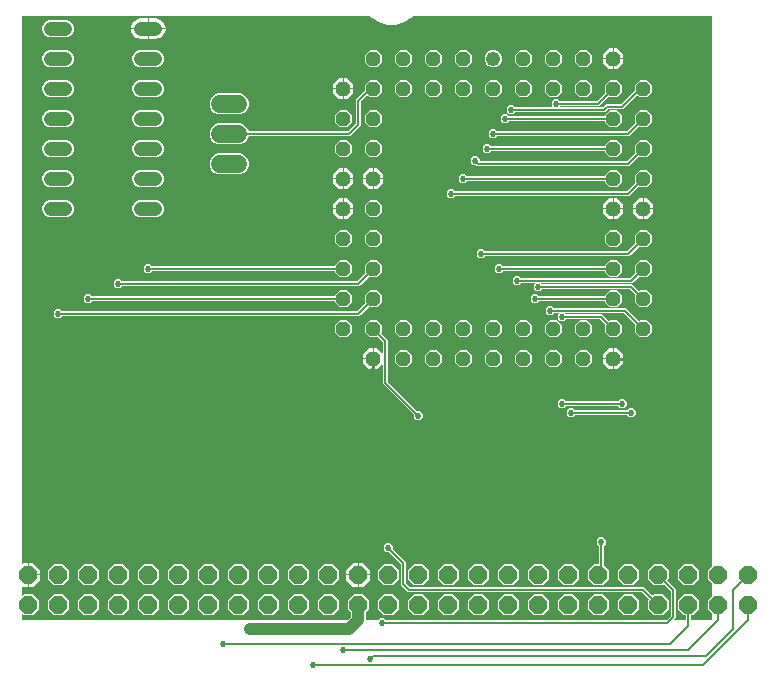
<source format=gbr>
G04 EAGLE Gerber RS-274X export*
G75*
%MOMM*%
%FSLAX34Y34*%
%LPD*%
%INBottom Copper*%
%IPPOS*%
%AMOC8*
5,1,8,0,0,1.08239X$1,22.5*%
G01*
%ADD10P,1.649562X8X22.500000*%
%ADD11C,1.219200*%
%ADD12P,1.319650X8X22.500000*%
%ADD13C,1.219200*%
%ADD14C,1.524000*%
%ADD15C,1.016000*%
%ADD16C,1.050000*%
%ADD17C,0.254000*%
%ADD18C,0.525000*%
%ADD19C,0.152400*%

G36*
X308343Y76075D02*
X308343Y76075D01*
X308346Y76074D01*
X308429Y76111D01*
X311112Y78794D01*
X311114Y78797D01*
X311116Y78798D01*
X311149Y78883D01*
X311149Y82625D01*
X311148Y82628D01*
X311149Y82631D01*
X311112Y82714D01*
X308609Y85217D01*
X308609Y92583D01*
X313817Y97791D01*
X321183Y97791D01*
X326391Y92583D01*
X326391Y85217D01*
X323888Y82714D01*
X323886Y82711D01*
X323884Y82710D01*
X323851Y82625D01*
X323851Y76200D01*
X323852Y76198D01*
X323851Y76196D01*
X323871Y76153D01*
X323889Y76109D01*
X323891Y76109D01*
X323892Y76107D01*
X323977Y76074D01*
X334672Y76074D01*
X334675Y76075D01*
X334678Y76074D01*
X334761Y76111D01*
X336206Y77556D01*
X339434Y77556D01*
X340879Y76111D01*
X340882Y76110D01*
X340883Y76107D01*
X340968Y76074D01*
X578607Y76074D01*
X578610Y76075D01*
X578613Y76074D01*
X578696Y76111D01*
X582130Y79545D01*
X582132Y79548D01*
X582134Y79549D01*
X582167Y79634D01*
X582167Y100706D01*
X582166Y100709D01*
X582167Y100712D01*
X582130Y100795D01*
X576439Y106487D01*
X576437Y106488D01*
X576436Y106490D01*
X576391Y106506D01*
X576347Y106524D01*
X576345Y106523D01*
X576343Y106524D01*
X576260Y106487D01*
X575183Y105409D01*
X567817Y105409D01*
X562609Y110617D01*
X562609Y117983D01*
X567817Y123191D01*
X575183Y123191D01*
X580391Y117983D01*
X580391Y110617D01*
X579313Y109540D01*
X579312Y109538D01*
X579310Y109537D01*
X579294Y109492D01*
X579276Y109449D01*
X579277Y109447D01*
X579276Y109445D01*
X579313Y109361D01*
X585005Y103670D01*
X586233Y102442D01*
X586233Y77898D01*
X585005Y76670D01*
X584624Y76289D01*
X584624Y76288D01*
X584623Y76288D01*
X584605Y76243D01*
X584587Y76198D01*
X584587Y76197D01*
X584587Y76196D01*
X584608Y76151D01*
X584627Y76108D01*
X584628Y76108D01*
X584628Y76107D01*
X584713Y76074D01*
X594741Y76074D01*
X594743Y76075D01*
X594745Y76074D01*
X594788Y76094D01*
X594832Y76112D01*
X594832Y76114D01*
X594834Y76115D01*
X594867Y76200D01*
X594867Y79883D01*
X594866Y79885D01*
X594867Y79887D01*
X594847Y79930D01*
X594829Y79974D01*
X594827Y79974D01*
X594826Y79976D01*
X594741Y80009D01*
X593217Y80009D01*
X588009Y85217D01*
X588009Y92583D01*
X593217Y97791D01*
X600583Y97791D01*
X605791Y92583D01*
X605791Y85217D01*
X600583Y80009D01*
X599059Y80009D01*
X599057Y80008D01*
X599055Y80009D01*
X599012Y79989D01*
X598968Y79971D01*
X598968Y79969D01*
X598966Y79968D01*
X598933Y79883D01*
X598933Y76200D01*
X598934Y76198D01*
X598933Y76196D01*
X598953Y76153D01*
X598971Y76109D01*
X598973Y76109D01*
X598974Y76107D01*
X599059Y76074D01*
X617220Y76074D01*
X617222Y76075D01*
X617224Y76074D01*
X617267Y76094D01*
X617311Y76112D01*
X617311Y76114D01*
X617313Y76115D01*
X617346Y76200D01*
X617346Y81228D01*
X617345Y81231D01*
X617346Y81234D01*
X617309Y81317D01*
X613409Y85217D01*
X613409Y92583D01*
X617309Y96483D01*
X617311Y96486D01*
X617313Y96487D01*
X617346Y96572D01*
X617346Y106628D01*
X617346Y106629D01*
X617346Y106630D01*
X617345Y106632D01*
X617346Y106634D01*
X617309Y106717D01*
X613409Y110617D01*
X613409Y117983D01*
X617309Y121883D01*
X617311Y121886D01*
X617313Y121887D01*
X617346Y121972D01*
X617346Y586740D01*
X617345Y586742D01*
X617346Y586744D01*
X617326Y586787D01*
X617308Y586831D01*
X617306Y586831D01*
X617305Y586833D01*
X617220Y586866D01*
X363529Y586866D01*
X363526Y586865D01*
X363523Y586866D01*
X363439Y586829D01*
X362038Y585428D01*
X355874Y581869D01*
X348999Y580027D01*
X341881Y580027D01*
X335006Y581869D01*
X328842Y585428D01*
X327441Y586829D01*
X327438Y586831D01*
X327436Y586833D01*
X327351Y586866D01*
X33020Y586866D01*
X33018Y586865D01*
X33016Y586866D01*
X32973Y586846D01*
X32929Y586828D01*
X32929Y586826D01*
X32927Y586825D01*
X32894Y586740D01*
X32894Y123768D01*
X32894Y123767D01*
X32894Y123766D01*
X32913Y123722D01*
X32932Y123677D01*
X32933Y123677D01*
X32934Y123676D01*
X32979Y123659D01*
X33024Y123642D01*
X33025Y123642D01*
X33026Y123642D01*
X33109Y123679D01*
X33891Y124461D01*
X37847Y124461D01*
X37847Y114427D01*
X37848Y114425D01*
X37847Y114423D01*
X37867Y114380D01*
X37885Y114336D01*
X37887Y114336D01*
X37888Y114334D01*
X37973Y114301D01*
X38101Y114301D01*
X38101Y114299D01*
X37973Y114299D01*
X37971Y114298D01*
X37969Y114299D01*
X37926Y114279D01*
X37882Y114261D01*
X37882Y114259D01*
X37880Y114258D01*
X37847Y114173D01*
X37847Y104139D01*
X33891Y104139D01*
X33109Y104921D01*
X33108Y104922D01*
X33108Y104923D01*
X33063Y104940D01*
X33018Y104958D01*
X33017Y104958D01*
X33016Y104958D01*
X32971Y104937D01*
X32928Y104918D01*
X32928Y104917D01*
X32927Y104917D01*
X32894Y104832D01*
X32894Y96572D01*
X32894Y96571D01*
X32894Y96570D01*
X32913Y96526D01*
X32932Y96481D01*
X32933Y96481D01*
X32934Y96480D01*
X32979Y96463D01*
X33024Y96446D01*
X33025Y96446D01*
X33026Y96446D01*
X33109Y96483D01*
X34417Y97791D01*
X41783Y97791D01*
X46991Y92583D01*
X46991Y85217D01*
X41783Y80009D01*
X34417Y80009D01*
X33109Y81317D01*
X33108Y81318D01*
X33108Y81319D01*
X33062Y81336D01*
X33018Y81354D01*
X33017Y81354D01*
X33016Y81354D01*
X32972Y81334D01*
X32928Y81314D01*
X32928Y81313D01*
X32927Y81313D01*
X32894Y81228D01*
X32894Y76200D01*
X32895Y76198D01*
X32894Y76196D01*
X32914Y76153D01*
X32932Y76109D01*
X32934Y76109D01*
X32935Y76107D01*
X33020Y76074D01*
X308340Y76074D01*
X308343Y76075D01*
G37*
%LPC*%
G36*
X567817Y80009D02*
X567817Y80009D01*
X562609Y85217D01*
X562609Y92583D01*
X563687Y93660D01*
X563687Y93661D01*
X563688Y93661D01*
X563688Y93662D01*
X563690Y93663D01*
X563706Y93708D01*
X563724Y93751D01*
X563723Y93753D01*
X563724Y93755D01*
X563687Y93839D01*
X557995Y99530D01*
X557992Y99532D01*
X557991Y99534D01*
X557906Y99567D01*
X359838Y99567D01*
X353567Y105838D01*
X353567Y123566D01*
X353566Y123569D01*
X353567Y123572D01*
X353530Y123655D01*
X343958Y133227D01*
X343955Y133229D01*
X343954Y133231D01*
X343869Y133264D01*
X341286Y133264D01*
X339004Y135546D01*
X339004Y138774D01*
X341286Y141056D01*
X344514Y141056D01*
X346796Y138774D01*
X346796Y136191D01*
X346797Y136188D01*
X346796Y136185D01*
X346833Y136102D01*
X357633Y125302D01*
X357633Y107574D01*
X357634Y107571D01*
X357633Y107568D01*
X357670Y107485D01*
X361485Y103670D01*
X361488Y103668D01*
X361489Y103666D01*
X361574Y103633D01*
X559642Y103633D01*
X560870Y102405D01*
X566561Y96713D01*
X566563Y96712D01*
X566564Y96710D01*
X566609Y96694D01*
X566653Y96676D01*
X566655Y96677D01*
X566657Y96676D01*
X566740Y96713D01*
X567817Y97791D01*
X575183Y97791D01*
X580391Y92583D01*
X580391Y85217D01*
X575183Y80009D01*
X567817Y80009D01*
G37*
%LPD*%
%LPC*%
G36*
X61886Y331384D02*
X61886Y331384D01*
X59604Y333666D01*
X59604Y336894D01*
X61886Y339176D01*
X65114Y339176D01*
X66940Y337350D01*
X66943Y337348D01*
X66944Y337346D01*
X67029Y337313D01*
X316606Y337313D01*
X316609Y337314D01*
X316612Y337313D01*
X316695Y337350D01*
X323464Y344119D01*
X323465Y344121D01*
X323467Y344122D01*
X323484Y344167D01*
X323501Y344210D01*
X323500Y344212D01*
X323501Y344214D01*
X323464Y344298D01*
X322833Y344929D01*
X322833Y351031D01*
X327149Y355347D01*
X333251Y355347D01*
X337567Y351031D01*
X337567Y344929D01*
X333251Y340613D01*
X327149Y340613D01*
X326518Y341244D01*
X326516Y341245D01*
X326515Y341247D01*
X326470Y341263D01*
X326426Y341281D01*
X326424Y341280D01*
X326422Y341281D01*
X326339Y341244D01*
X319570Y334475D01*
X318342Y333247D01*
X67029Y333247D01*
X67026Y333246D01*
X67023Y333247D01*
X66940Y333210D01*
X65114Y331384D01*
X61886Y331384D01*
G37*
%LPD*%
%LPC*%
G36*
X198891Y478789D02*
X198891Y478789D01*
X195624Y480143D01*
X193123Y482644D01*
X191769Y485911D01*
X191769Y489449D01*
X193123Y492716D01*
X195624Y495217D01*
X198891Y496571D01*
X217669Y496571D01*
X220936Y495217D01*
X223437Y492716D01*
X224649Y489791D01*
X224669Y489771D01*
X224681Y489746D01*
X224704Y489737D01*
X224719Y489722D01*
X224741Y489722D01*
X224766Y489713D01*
X308986Y489713D01*
X308989Y489714D01*
X308992Y489713D01*
X309075Y489750D01*
X315430Y496105D01*
X315432Y496108D01*
X315434Y496109D01*
X315467Y496194D01*
X315467Y516462D01*
X322796Y523791D01*
X322798Y523794D01*
X322800Y523795D01*
X322833Y523880D01*
X322833Y528831D01*
X327149Y533147D01*
X333251Y533147D01*
X337567Y528831D01*
X337567Y522729D01*
X333251Y518413D01*
X327149Y518413D01*
X325248Y520314D01*
X325247Y520315D01*
X325246Y520315D01*
X325245Y520317D01*
X325200Y520334D01*
X325156Y520351D01*
X325154Y520350D01*
X325152Y520351D01*
X325069Y520314D01*
X319570Y514815D01*
X319568Y514812D01*
X319566Y514811D01*
X319533Y514726D01*
X319533Y494458D01*
X310722Y485647D01*
X224766Y485647D01*
X224740Y485636D01*
X224712Y485635D01*
X224695Y485617D01*
X224675Y485609D01*
X224668Y485591D01*
X224667Y485590D01*
X224666Y485587D01*
X224649Y485569D01*
X223437Y482644D01*
X220936Y480143D01*
X217669Y478789D01*
X198891Y478789D01*
G37*
%LPD*%
%LPC*%
G36*
X555749Y340613D02*
X555749Y340613D01*
X551433Y344929D01*
X551433Y351031D01*
X552064Y351662D01*
X552065Y351664D01*
X552067Y351665D01*
X552083Y351710D01*
X552101Y351754D01*
X552100Y351756D01*
X552101Y351758D01*
X552064Y351841D01*
X547835Y356070D01*
X547832Y356072D01*
X547831Y356074D01*
X547746Y356107D01*
X473429Y356107D01*
X473426Y356106D01*
X473423Y356107D01*
X473340Y356070D01*
X471514Y354244D01*
X468286Y354244D01*
X466004Y356526D01*
X466004Y359754D01*
X467222Y360972D01*
X467223Y360973D01*
X467224Y360973D01*
X467241Y361019D01*
X467259Y361063D01*
X467259Y361064D01*
X467259Y361065D01*
X467239Y361108D01*
X467219Y361153D01*
X467218Y361153D01*
X467218Y361154D01*
X467133Y361187D01*
X455649Y361187D01*
X455646Y361186D01*
X455643Y361187D01*
X455560Y361150D01*
X453734Y359324D01*
X450506Y359324D01*
X448224Y361606D01*
X448224Y364834D01*
X450506Y367116D01*
X453734Y367116D01*
X455560Y365290D01*
X455563Y365288D01*
X455564Y365286D01*
X455649Y365253D01*
X547746Y365253D01*
X547749Y365254D01*
X547752Y365253D01*
X547835Y365290D01*
X552064Y369519D01*
X552065Y369521D01*
X552067Y369522D01*
X552084Y369567D01*
X552101Y369610D01*
X552100Y369612D01*
X552101Y369614D01*
X552064Y369698D01*
X551433Y370329D01*
X551433Y376431D01*
X555749Y380747D01*
X561851Y380747D01*
X566167Y376431D01*
X566167Y370329D01*
X561851Y366013D01*
X555749Y366013D01*
X555118Y366644D01*
X555116Y366645D01*
X555115Y366647D01*
X555070Y366663D01*
X555026Y366681D01*
X555024Y366680D01*
X555022Y366681D01*
X554939Y366644D01*
X550710Y362415D01*
X549482Y361187D01*
X472667Y361187D01*
X472666Y361187D01*
X472665Y361187D01*
X472621Y361168D01*
X472576Y361149D01*
X472576Y361148D01*
X472575Y361147D01*
X472558Y361102D01*
X472541Y361057D01*
X472541Y361056D01*
X472541Y361055D01*
X472578Y360972D01*
X473340Y360210D01*
X473343Y360208D01*
X473344Y360206D01*
X473429Y360173D01*
X549482Y360173D01*
X554939Y354716D01*
X554941Y354715D01*
X554942Y354713D01*
X554987Y354696D01*
X555030Y354679D01*
X555032Y354680D01*
X555034Y354679D01*
X555118Y354716D01*
X555749Y355347D01*
X561851Y355347D01*
X566167Y351031D01*
X566167Y344929D01*
X561851Y340613D01*
X555749Y340613D01*
G37*
%LPD*%
%LPC*%
G36*
X112686Y356784D02*
X112686Y356784D01*
X110404Y359066D01*
X110404Y362294D01*
X112686Y364576D01*
X115914Y364576D01*
X117740Y362750D01*
X117743Y362748D01*
X117744Y362746D01*
X117829Y362713D01*
X316606Y362713D01*
X316609Y362714D01*
X316612Y362713D01*
X316695Y362750D01*
X323464Y369519D01*
X323465Y369521D01*
X323467Y369522D01*
X323484Y369567D01*
X323501Y369610D01*
X323500Y369612D01*
X323501Y369614D01*
X323464Y369698D01*
X322833Y370329D01*
X322833Y376431D01*
X327149Y380747D01*
X333251Y380747D01*
X337567Y376431D01*
X337567Y370329D01*
X333251Y366013D01*
X327149Y366013D01*
X326518Y366644D01*
X326516Y366645D01*
X326515Y366647D01*
X326470Y366663D01*
X326426Y366681D01*
X326424Y366680D01*
X326422Y366681D01*
X326339Y366644D01*
X319570Y359875D01*
X318342Y358647D01*
X117829Y358647D01*
X117826Y358646D01*
X117823Y358647D01*
X117740Y358610D01*
X115914Y356784D01*
X112686Y356784D01*
G37*
%LPD*%
%LPC*%
G36*
X445426Y504104D02*
X445426Y504104D01*
X443144Y506386D01*
X443144Y509614D01*
X445426Y511896D01*
X448654Y511896D01*
X450480Y510070D01*
X450483Y510068D01*
X450484Y510066D01*
X450569Y510033D01*
X482373Y510033D01*
X482374Y510033D01*
X482375Y510033D01*
X482419Y510052D01*
X482464Y510071D01*
X482464Y510072D01*
X482465Y510073D01*
X482482Y510117D01*
X482499Y510163D01*
X482499Y510164D01*
X482499Y510165D01*
X482462Y510248D01*
X481244Y511466D01*
X481244Y514694D01*
X483526Y516976D01*
X486754Y516976D01*
X488580Y515150D01*
X488583Y515148D01*
X488584Y515146D01*
X488669Y515113D01*
X519806Y515113D01*
X519809Y515114D01*
X519812Y515113D01*
X519895Y515150D01*
X526664Y521919D01*
X526665Y521921D01*
X526667Y521922D01*
X526684Y521967D01*
X526701Y522010D01*
X526700Y522012D01*
X526701Y522014D01*
X526664Y522098D01*
X526033Y522729D01*
X526033Y528831D01*
X530349Y533147D01*
X536451Y533147D01*
X540767Y528831D01*
X540767Y522729D01*
X536451Y518413D01*
X530349Y518413D01*
X529718Y519044D01*
X529716Y519045D01*
X529715Y519047D01*
X529670Y519063D01*
X529626Y519081D01*
X529624Y519080D01*
X529622Y519081D01*
X529539Y519044D01*
X521542Y511047D01*
X488669Y511047D01*
X488666Y511046D01*
X488663Y511047D01*
X488580Y511010D01*
X487818Y510248D01*
X487817Y510247D01*
X487816Y510247D01*
X487799Y510202D01*
X487781Y510157D01*
X487781Y510156D01*
X487781Y510155D01*
X487801Y510110D01*
X487821Y510067D01*
X487822Y510067D01*
X487822Y510066D01*
X487907Y510033D01*
X524886Y510033D01*
X524889Y510034D01*
X524892Y510033D01*
X524975Y510070D01*
X527478Y512573D01*
X540126Y512573D01*
X540129Y512574D01*
X540132Y512573D01*
X540215Y512610D01*
X551396Y523791D01*
X551398Y523794D01*
X551400Y523795D01*
X551433Y523880D01*
X551433Y528831D01*
X555749Y533147D01*
X561851Y533147D01*
X566167Y528831D01*
X566167Y522729D01*
X561851Y518413D01*
X555749Y518413D01*
X553848Y520314D01*
X553847Y520315D01*
X553846Y520315D01*
X553845Y520317D01*
X553800Y520334D01*
X553756Y520351D01*
X553754Y520350D01*
X553752Y520351D01*
X553669Y520314D01*
X541862Y508507D01*
X529214Y508507D01*
X529211Y508506D01*
X529208Y508507D01*
X529125Y508470D01*
X526622Y505967D01*
X450569Y505967D01*
X450566Y505966D01*
X450563Y505967D01*
X450480Y505930D01*
X448654Y504104D01*
X445426Y504104D01*
G37*
%LPD*%
%LPC*%
G36*
X301749Y340613D02*
X301749Y340613D01*
X297433Y344929D01*
X297433Y345821D01*
X297432Y345823D01*
X297433Y345825D01*
X297413Y345868D01*
X297395Y345912D01*
X297393Y345912D01*
X297392Y345914D01*
X297307Y345947D01*
X92429Y345947D01*
X92426Y345946D01*
X92423Y345947D01*
X92340Y345910D01*
X90514Y344084D01*
X87286Y344084D01*
X85004Y346366D01*
X85004Y349594D01*
X87286Y351876D01*
X90514Y351876D01*
X92340Y350050D01*
X92343Y350048D01*
X92344Y350046D01*
X92429Y350013D01*
X297307Y350013D01*
X297309Y350014D01*
X297311Y350013D01*
X297354Y350033D01*
X297398Y350051D01*
X297398Y350053D01*
X297400Y350054D01*
X297433Y350139D01*
X297433Y351031D01*
X301749Y355347D01*
X307851Y355347D01*
X312167Y351031D01*
X312167Y344929D01*
X307851Y340613D01*
X301749Y340613D01*
G37*
%LPD*%
%LPC*%
G36*
X530349Y315213D02*
X530349Y315213D01*
X526033Y319529D01*
X526033Y325631D01*
X526664Y326262D01*
X526665Y326264D01*
X526667Y326265D01*
X526683Y326310D01*
X526701Y326354D01*
X526700Y326356D01*
X526701Y326358D01*
X526664Y326441D01*
X522435Y330670D01*
X522432Y330672D01*
X522431Y330674D01*
X522346Y330707D01*
X493749Y330707D01*
X493746Y330706D01*
X493743Y330707D01*
X493660Y330670D01*
X491834Y328844D01*
X488606Y328844D01*
X486324Y331126D01*
X486324Y334354D01*
X487542Y335572D01*
X487543Y335573D01*
X487544Y335573D01*
X487561Y335619D01*
X487579Y335663D01*
X487579Y335664D01*
X487579Y335665D01*
X487559Y335709D01*
X487539Y335753D01*
X487538Y335753D01*
X487538Y335754D01*
X487453Y335787D01*
X483589Y335787D01*
X483586Y335786D01*
X483583Y335787D01*
X483500Y335750D01*
X481674Y333924D01*
X478446Y333924D01*
X476164Y336206D01*
X476164Y339434D01*
X478446Y341716D01*
X481674Y341716D01*
X483500Y339890D01*
X483503Y339888D01*
X483504Y339886D01*
X483589Y339853D01*
X544402Y339853D01*
X554939Y329316D01*
X554941Y329315D01*
X554942Y329313D01*
X554987Y329296D01*
X555030Y329279D01*
X555032Y329280D01*
X555034Y329279D01*
X555118Y329316D01*
X555749Y329947D01*
X561851Y329947D01*
X566167Y325631D01*
X566167Y319529D01*
X561851Y315213D01*
X555749Y315213D01*
X551433Y319529D01*
X551433Y325631D01*
X552064Y326262D01*
X552065Y326264D01*
X552067Y326265D01*
X552083Y326310D01*
X552101Y326354D01*
X552100Y326356D01*
X552101Y326358D01*
X552064Y326441D01*
X542755Y335750D01*
X542752Y335752D01*
X542751Y335754D01*
X542666Y335787D01*
X492987Y335787D01*
X492986Y335787D01*
X492985Y335787D01*
X492941Y335768D01*
X492896Y335749D01*
X492896Y335748D01*
X492895Y335747D01*
X492878Y335702D01*
X492861Y335657D01*
X492861Y335656D01*
X492861Y335655D01*
X492898Y335572D01*
X493660Y334810D01*
X493663Y334808D01*
X493664Y334806D01*
X493749Y334773D01*
X524082Y334773D01*
X529539Y329316D01*
X529541Y329315D01*
X529542Y329313D01*
X529587Y329296D01*
X529630Y329279D01*
X529632Y329280D01*
X529634Y329279D01*
X529718Y329316D01*
X530349Y329947D01*
X536451Y329947D01*
X540767Y325631D01*
X540767Y319529D01*
X536451Y315213D01*
X530349Y315213D01*
G37*
%LPD*%
%LPC*%
G36*
X394626Y432984D02*
X394626Y432984D01*
X392344Y435266D01*
X392344Y438494D01*
X394626Y440776D01*
X397854Y440776D01*
X399680Y438950D01*
X399680Y438949D01*
X399681Y438949D01*
X399683Y438948D01*
X399684Y438946D01*
X399769Y438913D01*
X545206Y438913D01*
X545209Y438914D01*
X545212Y438913D01*
X545295Y438950D01*
X552064Y445719D01*
X552065Y445721D01*
X552067Y445722D01*
X552084Y445767D01*
X552101Y445810D01*
X552100Y445812D01*
X552101Y445814D01*
X552064Y445898D01*
X551433Y446529D01*
X551433Y452631D01*
X555749Y456947D01*
X561851Y456947D01*
X566167Y452631D01*
X566167Y446529D01*
X561851Y442213D01*
X555749Y442213D01*
X555118Y442844D01*
X555116Y442845D01*
X555115Y442847D01*
X555070Y442863D01*
X555026Y442881D01*
X555024Y442880D01*
X555022Y442881D01*
X554939Y442844D01*
X546942Y434847D01*
X399769Y434847D01*
X399766Y434846D01*
X399763Y434847D01*
X399680Y434810D01*
X397854Y432984D01*
X394626Y432984D01*
G37*
%LPD*%
%LPC*%
G36*
X301749Y366013D02*
X301749Y366013D01*
X297433Y370329D01*
X297433Y371221D01*
X297432Y371223D01*
X297433Y371225D01*
X297413Y371268D01*
X297395Y371312D01*
X297393Y371312D01*
X297392Y371314D01*
X297307Y371347D01*
X143229Y371347D01*
X143226Y371346D01*
X143223Y371347D01*
X143140Y371310D01*
X141314Y369484D01*
X138086Y369484D01*
X135804Y371766D01*
X135804Y374994D01*
X138086Y377276D01*
X141314Y377276D01*
X143140Y375450D01*
X143143Y375448D01*
X143144Y375446D01*
X143229Y375413D01*
X297307Y375413D01*
X297309Y375414D01*
X297311Y375413D01*
X297354Y375433D01*
X297398Y375451D01*
X297398Y375453D01*
X297400Y375454D01*
X297433Y375539D01*
X297433Y376431D01*
X301749Y380747D01*
X307851Y380747D01*
X312167Y376431D01*
X312167Y370329D01*
X307851Y366013D01*
X301749Y366013D01*
G37*
%LPD*%
%LPC*%
G36*
X418258Y460247D02*
X418258Y460247D01*
X417618Y460887D01*
X417615Y460889D01*
X417614Y460891D01*
X417529Y460924D01*
X414946Y460924D01*
X412664Y463206D01*
X412664Y466434D01*
X414946Y468716D01*
X418174Y468716D01*
X420456Y466434D01*
X420456Y464439D01*
X420457Y464437D01*
X420456Y464435D01*
X420476Y464392D01*
X420494Y464348D01*
X420496Y464348D01*
X420497Y464346D01*
X420582Y464313D01*
X545206Y464313D01*
X545209Y464314D01*
X545212Y464313D01*
X545295Y464350D01*
X552064Y471119D01*
X552065Y471121D01*
X552067Y471122D01*
X552084Y471167D01*
X552101Y471210D01*
X552100Y471212D01*
X552101Y471214D01*
X552064Y471298D01*
X551433Y471929D01*
X551433Y478031D01*
X555749Y482347D01*
X561851Y482347D01*
X566167Y478031D01*
X566167Y471929D01*
X561851Y467613D01*
X555749Y467613D01*
X555118Y468244D01*
X555116Y468245D01*
X555115Y468247D01*
X555070Y468263D01*
X555026Y468281D01*
X555024Y468280D01*
X555022Y468281D01*
X554939Y468244D01*
X546942Y460247D01*
X418258Y460247D01*
G37*
%LPD*%
%LPC*%
G36*
X420026Y382184D02*
X420026Y382184D01*
X417744Y384466D01*
X417744Y387694D01*
X420026Y389976D01*
X423254Y389976D01*
X425080Y388150D01*
X425083Y388148D01*
X425084Y388146D01*
X425169Y388113D01*
X545206Y388113D01*
X545209Y388114D01*
X545212Y388113D01*
X545295Y388150D01*
X552064Y394919D01*
X552065Y394921D01*
X552067Y394922D01*
X552084Y394967D01*
X552101Y395010D01*
X552100Y395012D01*
X552101Y395014D01*
X552064Y395098D01*
X551433Y395729D01*
X551433Y401831D01*
X555749Y406147D01*
X561851Y406147D01*
X566167Y401831D01*
X566167Y395729D01*
X561851Y391413D01*
X555749Y391413D01*
X555118Y392044D01*
X555117Y392045D01*
X555116Y392045D01*
X555115Y392047D01*
X555070Y392063D01*
X555026Y392081D01*
X555024Y392080D01*
X555022Y392081D01*
X554939Y392044D01*
X548170Y385275D01*
X546942Y384047D01*
X425169Y384047D01*
X425166Y384046D01*
X425163Y384047D01*
X425080Y384010D01*
X423254Y382184D01*
X420026Y382184D01*
G37*
%LPD*%
%LPC*%
G36*
X430186Y483784D02*
X430186Y483784D01*
X427904Y486066D01*
X427904Y489294D01*
X430186Y491576D01*
X433414Y491576D01*
X435240Y489750D01*
X435243Y489748D01*
X435244Y489746D01*
X435329Y489713D01*
X545206Y489713D01*
X545209Y489714D01*
X545212Y489713D01*
X545295Y489750D01*
X552064Y496519D01*
X552065Y496521D01*
X552067Y496522D01*
X552084Y496567D01*
X552101Y496610D01*
X552100Y496612D01*
X552101Y496614D01*
X552064Y496698D01*
X551433Y497329D01*
X551433Y503431D01*
X555749Y507747D01*
X561851Y507747D01*
X566167Y503431D01*
X566167Y497329D01*
X561851Y493013D01*
X555749Y493013D01*
X555118Y493644D01*
X555116Y493645D01*
X555115Y493647D01*
X555070Y493663D01*
X555026Y493681D01*
X555024Y493680D01*
X555022Y493681D01*
X554939Y493644D01*
X546942Y485647D01*
X435329Y485647D01*
X435326Y485646D01*
X435323Y485647D01*
X435240Y485610D01*
X433414Y483784D01*
X430186Y483784D01*
G37*
%LPD*%
%LPC*%
G36*
X530349Y442213D02*
X530349Y442213D01*
X526033Y446529D01*
X526033Y447421D01*
X526032Y447423D01*
X526033Y447425D01*
X526013Y447468D01*
X525995Y447512D01*
X525993Y447512D01*
X525992Y447514D01*
X525907Y447547D01*
X409929Y447547D01*
X409926Y447546D01*
X409923Y447547D01*
X409840Y447510D01*
X408014Y445684D01*
X404786Y445684D01*
X402504Y447966D01*
X402504Y451194D01*
X404786Y453476D01*
X408014Y453476D01*
X409840Y451650D01*
X409843Y451648D01*
X409844Y451646D01*
X409929Y451613D01*
X525907Y451613D01*
X525909Y451614D01*
X525911Y451613D01*
X525954Y451633D01*
X525998Y451651D01*
X525998Y451653D01*
X526000Y451654D01*
X526033Y451739D01*
X526033Y452631D01*
X530349Y456947D01*
X536451Y456947D01*
X540767Y452631D01*
X540767Y446529D01*
X536451Y442213D01*
X530349Y442213D01*
G37*
%LPD*%
%LPC*%
G36*
X366686Y245024D02*
X366686Y245024D01*
X364404Y247306D01*
X364404Y249889D01*
X364403Y249892D01*
X364404Y249895D01*
X364367Y249978D01*
X338327Y276018D01*
X338327Y292788D01*
X338327Y292789D01*
X338327Y292790D01*
X338308Y292834D01*
X338289Y292879D01*
X338288Y292879D01*
X338287Y292880D01*
X338242Y292897D01*
X338197Y292915D01*
X338196Y292914D01*
X338195Y292914D01*
X338112Y292878D01*
X333777Y288543D01*
X330453Y288543D01*
X330453Y297053D01*
X330452Y297055D01*
X330453Y297057D01*
X330433Y297100D01*
X330415Y297144D01*
X330413Y297144D01*
X330412Y297146D01*
X330327Y297179D01*
X330199Y297179D01*
X330199Y297181D01*
X330327Y297181D01*
X330329Y297182D01*
X330331Y297181D01*
X330374Y297201D01*
X330418Y297219D01*
X330418Y297221D01*
X330420Y297222D01*
X330453Y297307D01*
X330453Y305817D01*
X333777Y305817D01*
X338112Y301482D01*
X338113Y301482D01*
X338113Y301481D01*
X338159Y301463D01*
X338203Y301445D01*
X338204Y301446D01*
X338205Y301445D01*
X338249Y301466D01*
X338293Y301485D01*
X338293Y301486D01*
X338294Y301487D01*
X338327Y301572D01*
X338327Y311526D01*
X338326Y311529D01*
X338327Y311532D01*
X338290Y311615D01*
X334061Y315844D01*
X334059Y315845D01*
X334058Y315847D01*
X334013Y315864D01*
X333970Y315881D01*
X333968Y315880D01*
X333966Y315881D01*
X333882Y315844D01*
X333251Y315213D01*
X327149Y315213D01*
X322833Y319529D01*
X322833Y325631D01*
X327149Y329947D01*
X333251Y329947D01*
X337567Y325631D01*
X337567Y319529D01*
X336936Y318898D01*
X336935Y318896D01*
X336933Y318895D01*
X336917Y318850D01*
X336899Y318806D01*
X336900Y318804D01*
X336899Y318802D01*
X336936Y318719D01*
X341165Y314490D01*
X342393Y313262D01*
X342393Y277754D01*
X342394Y277751D01*
X342393Y277748D01*
X342430Y277665D01*
X367242Y252853D01*
X367245Y252851D01*
X367246Y252849D01*
X367331Y252816D01*
X369914Y252816D01*
X372196Y250534D01*
X372196Y247306D01*
X369914Y245024D01*
X366686Y245024D01*
G37*
%LPD*%
%LPC*%
G36*
X530349Y467613D02*
X530349Y467613D01*
X526033Y471929D01*
X526033Y472821D01*
X526032Y472823D01*
X526033Y472825D01*
X526013Y472868D01*
X525995Y472912D01*
X525993Y472912D01*
X525992Y472914D01*
X525907Y472947D01*
X430249Y472947D01*
X430246Y472946D01*
X430243Y472947D01*
X430160Y472910D01*
X428334Y471084D01*
X425106Y471084D01*
X422824Y473366D01*
X422824Y476594D01*
X425106Y478876D01*
X428334Y478876D01*
X430160Y477050D01*
X430163Y477048D01*
X430164Y477046D01*
X430249Y477013D01*
X525907Y477013D01*
X525909Y477014D01*
X525911Y477013D01*
X525954Y477033D01*
X525998Y477051D01*
X525998Y477053D01*
X526000Y477054D01*
X526033Y477139D01*
X526033Y478031D01*
X530349Y482347D01*
X536451Y482347D01*
X540767Y478031D01*
X540767Y471929D01*
X536451Y467613D01*
X530349Y467613D01*
G37*
%LPD*%
%LPC*%
G36*
X530349Y366013D02*
X530349Y366013D01*
X526033Y370329D01*
X526033Y371221D01*
X526032Y371223D01*
X526033Y371225D01*
X526013Y371268D01*
X525995Y371312D01*
X525993Y371312D01*
X525992Y371314D01*
X525907Y371347D01*
X440409Y371347D01*
X440406Y371346D01*
X440403Y371347D01*
X440320Y371310D01*
X438494Y369484D01*
X435266Y369484D01*
X432984Y371766D01*
X432984Y374994D01*
X435266Y377276D01*
X438494Y377276D01*
X440320Y375450D01*
X440323Y375448D01*
X440324Y375446D01*
X440409Y375413D01*
X525907Y375413D01*
X525909Y375414D01*
X525911Y375413D01*
X525954Y375433D01*
X525998Y375451D01*
X525998Y375453D01*
X526000Y375454D01*
X526033Y375539D01*
X526033Y376431D01*
X530349Y380747D01*
X536451Y380747D01*
X540767Y376431D01*
X540767Y370329D01*
X536451Y366013D01*
X530349Y366013D01*
G37*
%LPD*%
%LPC*%
G36*
X530349Y493013D02*
X530349Y493013D01*
X526033Y497329D01*
X526033Y498221D01*
X526032Y498223D01*
X526033Y498225D01*
X526013Y498268D01*
X525995Y498312D01*
X525993Y498312D01*
X525992Y498314D01*
X525907Y498347D01*
X445489Y498347D01*
X445486Y498346D01*
X445483Y498347D01*
X445400Y498310D01*
X443574Y496484D01*
X440346Y496484D01*
X438064Y498766D01*
X438064Y501994D01*
X440346Y504276D01*
X443574Y504276D01*
X445400Y502450D01*
X445403Y502448D01*
X445404Y502446D01*
X445489Y502413D01*
X525907Y502413D01*
X525909Y502414D01*
X525911Y502413D01*
X525954Y502433D01*
X525998Y502451D01*
X525998Y502453D01*
X526000Y502454D01*
X526033Y502539D01*
X526033Y503431D01*
X530349Y507747D01*
X536451Y507747D01*
X540767Y503431D01*
X540767Y497329D01*
X536451Y493013D01*
X530349Y493013D01*
G37*
%LPD*%
%LPC*%
G36*
X198891Y453389D02*
X198891Y453389D01*
X195624Y454743D01*
X193123Y457244D01*
X191769Y460511D01*
X191769Y464049D01*
X193123Y467316D01*
X195624Y469817D01*
X198891Y471171D01*
X217669Y471171D01*
X220936Y469817D01*
X223437Y467316D01*
X224791Y464049D01*
X224791Y460511D01*
X223437Y457244D01*
X220936Y454743D01*
X217669Y453389D01*
X198891Y453389D01*
G37*
%LPD*%
%LPC*%
G36*
X198891Y504189D02*
X198891Y504189D01*
X195624Y505543D01*
X193123Y508044D01*
X191769Y511311D01*
X191769Y514849D01*
X193123Y518116D01*
X195624Y520617D01*
X198891Y521971D01*
X217669Y521971D01*
X220936Y520617D01*
X223437Y518116D01*
X224791Y514849D01*
X224791Y511311D01*
X223437Y508044D01*
X220936Y505543D01*
X217669Y504189D01*
X198891Y504189D01*
G37*
%LPD*%
%LPC*%
G36*
X530349Y340613D02*
X530349Y340613D01*
X526033Y344929D01*
X526033Y345821D01*
X526032Y345823D01*
X526033Y345825D01*
X526013Y345868D01*
X525995Y345912D01*
X525993Y345912D01*
X525992Y345914D01*
X525907Y345947D01*
X470889Y345947D01*
X470886Y345946D01*
X470883Y345947D01*
X470800Y345910D01*
X468974Y344084D01*
X465746Y344084D01*
X463464Y346366D01*
X463464Y349594D01*
X465746Y351876D01*
X468974Y351876D01*
X470800Y350050D01*
X470803Y350048D01*
X470804Y350046D01*
X470889Y350013D01*
X525907Y350013D01*
X525909Y350014D01*
X525911Y350013D01*
X525954Y350033D01*
X525998Y350051D01*
X525998Y350053D01*
X526000Y350054D01*
X526033Y350139D01*
X526033Y351031D01*
X530349Y355347D01*
X536451Y355347D01*
X540767Y351031D01*
X540767Y344929D01*
X536451Y340613D01*
X530349Y340613D01*
G37*
%LPD*%
%LPC*%
G36*
X517017Y105409D02*
X517017Y105409D01*
X511809Y110617D01*
X511809Y117983D01*
X517017Y123191D01*
X521081Y123191D01*
X521083Y123192D01*
X521085Y123191D01*
X521128Y123211D01*
X521172Y123229D01*
X521172Y123231D01*
X521174Y123232D01*
X521207Y123317D01*
X521207Y138711D01*
X521206Y138714D01*
X521207Y138717D01*
X521170Y138800D01*
X519344Y140626D01*
X519344Y143854D01*
X521626Y146136D01*
X524854Y146136D01*
X527136Y143854D01*
X527136Y140626D01*
X525310Y138800D01*
X525308Y138797D01*
X525306Y138796D01*
X525273Y138711D01*
X525273Y122353D01*
X525274Y122350D01*
X525273Y122347D01*
X525310Y122264D01*
X529591Y117983D01*
X529591Y110617D01*
X524383Y105409D01*
X517017Y105409D01*
G37*
%LPD*%
%LPC*%
G36*
X55939Y467613D02*
X55939Y467613D01*
X53231Y468735D01*
X51159Y470807D01*
X50037Y473515D01*
X50037Y476445D01*
X51159Y479153D01*
X53231Y481225D01*
X55939Y482347D01*
X71061Y482347D01*
X73769Y481225D01*
X75841Y479153D01*
X76963Y476445D01*
X76963Y473515D01*
X75841Y470807D01*
X73769Y468735D01*
X71061Y467613D01*
X55939Y467613D01*
G37*
%LPD*%
%LPC*%
G36*
X132139Y543813D02*
X132139Y543813D01*
X129431Y544935D01*
X127359Y547007D01*
X126237Y549715D01*
X126237Y552645D01*
X127359Y555353D01*
X129431Y557425D01*
X132139Y558547D01*
X147261Y558547D01*
X149969Y557425D01*
X152041Y555353D01*
X153163Y552645D01*
X153163Y549715D01*
X152041Y547007D01*
X149969Y544935D01*
X147261Y543813D01*
X132139Y543813D01*
G37*
%LPD*%
%LPC*%
G36*
X55939Y569213D02*
X55939Y569213D01*
X53231Y570335D01*
X51159Y572407D01*
X50037Y575115D01*
X50037Y578045D01*
X51159Y580753D01*
X53231Y582825D01*
X55939Y583947D01*
X71061Y583947D01*
X73769Y582825D01*
X75841Y580753D01*
X76963Y578045D01*
X76963Y575115D01*
X75841Y572407D01*
X73769Y570335D01*
X71061Y569213D01*
X55939Y569213D01*
G37*
%LPD*%
%LPC*%
G36*
X132139Y442213D02*
X132139Y442213D01*
X129431Y443335D01*
X127359Y445407D01*
X126237Y448115D01*
X126237Y451045D01*
X127359Y453753D01*
X129431Y455825D01*
X132139Y456947D01*
X147261Y456947D01*
X149969Y455825D01*
X152041Y453753D01*
X153163Y451045D01*
X153163Y448115D01*
X152041Y445407D01*
X149969Y443335D01*
X147261Y442213D01*
X132139Y442213D01*
G37*
%LPD*%
%LPC*%
G36*
X55939Y442213D02*
X55939Y442213D01*
X53231Y443335D01*
X51159Y445407D01*
X50037Y448115D01*
X50037Y451045D01*
X51159Y453753D01*
X53231Y455825D01*
X55939Y456947D01*
X71061Y456947D01*
X73769Y455825D01*
X75841Y453753D01*
X76963Y451045D01*
X76963Y448115D01*
X75841Y445407D01*
X73769Y443335D01*
X71061Y442213D01*
X55939Y442213D01*
G37*
%LPD*%
%LPC*%
G36*
X132139Y518413D02*
X132139Y518413D01*
X129431Y519535D01*
X127359Y521607D01*
X126237Y524315D01*
X126237Y527245D01*
X127359Y529953D01*
X129431Y532025D01*
X132139Y533147D01*
X147261Y533147D01*
X149969Y532025D01*
X152041Y529953D01*
X153163Y527245D01*
X153163Y524315D01*
X152041Y521607D01*
X149969Y519535D01*
X147261Y518413D01*
X132139Y518413D01*
G37*
%LPD*%
%LPC*%
G36*
X55939Y416813D02*
X55939Y416813D01*
X53231Y417935D01*
X51159Y420007D01*
X50037Y422715D01*
X50037Y425645D01*
X51159Y428353D01*
X53231Y430425D01*
X55939Y431547D01*
X71061Y431547D01*
X73769Y430425D01*
X75841Y428353D01*
X76963Y425645D01*
X76963Y422715D01*
X75841Y420007D01*
X73769Y417935D01*
X71061Y416813D01*
X55939Y416813D01*
G37*
%LPD*%
%LPC*%
G36*
X132139Y416813D02*
X132139Y416813D01*
X129431Y417935D01*
X127359Y420007D01*
X126237Y422715D01*
X126237Y425645D01*
X127359Y428353D01*
X129431Y430425D01*
X132139Y431547D01*
X147261Y431547D01*
X149969Y430425D01*
X152041Y428353D01*
X153163Y425645D01*
X153163Y422715D01*
X152041Y420007D01*
X149969Y417935D01*
X147261Y416813D01*
X132139Y416813D01*
G37*
%LPD*%
%LPC*%
G36*
X132139Y493013D02*
X132139Y493013D01*
X129431Y494135D01*
X127359Y496207D01*
X126237Y498915D01*
X126237Y501845D01*
X127359Y504553D01*
X129431Y506625D01*
X132139Y507747D01*
X147261Y507747D01*
X149969Y506625D01*
X152041Y504553D01*
X153163Y501845D01*
X153163Y498915D01*
X152041Y496207D01*
X149969Y494135D01*
X147261Y493013D01*
X132139Y493013D01*
G37*
%LPD*%
%LPC*%
G36*
X55939Y543813D02*
X55939Y543813D01*
X53231Y544935D01*
X51159Y547007D01*
X50037Y549715D01*
X50037Y552645D01*
X51159Y555353D01*
X53231Y557425D01*
X55939Y558547D01*
X71061Y558547D01*
X73769Y557425D01*
X75841Y555353D01*
X76963Y552645D01*
X76963Y549715D01*
X75841Y547007D01*
X73769Y544935D01*
X71061Y543813D01*
X55939Y543813D01*
G37*
%LPD*%
%LPC*%
G36*
X55939Y493013D02*
X55939Y493013D01*
X53231Y494135D01*
X51159Y496207D01*
X50037Y498915D01*
X50037Y501845D01*
X51159Y504553D01*
X53231Y506625D01*
X55939Y507747D01*
X71061Y507747D01*
X73769Y506625D01*
X75841Y504553D01*
X76963Y501845D01*
X76963Y498915D01*
X75841Y496207D01*
X73769Y494135D01*
X71061Y493013D01*
X55939Y493013D01*
G37*
%LPD*%
%LPC*%
G36*
X55939Y518413D02*
X55939Y518413D01*
X53231Y519535D01*
X51159Y521607D01*
X50037Y524315D01*
X50037Y527245D01*
X51159Y529953D01*
X53231Y532025D01*
X55939Y533147D01*
X71061Y533147D01*
X73769Y532025D01*
X75841Y529953D01*
X76963Y527245D01*
X76963Y524315D01*
X75841Y521607D01*
X73769Y519535D01*
X71061Y518413D01*
X55939Y518413D01*
G37*
%LPD*%
%LPC*%
G36*
X132139Y467613D02*
X132139Y467613D01*
X129431Y468735D01*
X127359Y470807D01*
X126237Y473515D01*
X126237Y476445D01*
X127359Y479153D01*
X129431Y481225D01*
X132139Y482347D01*
X147261Y482347D01*
X149969Y481225D01*
X152041Y479153D01*
X153163Y476445D01*
X153163Y473515D01*
X152041Y470807D01*
X149969Y468735D01*
X147261Y467613D01*
X132139Y467613D01*
G37*
%LPD*%
%LPC*%
G36*
X488606Y255184D02*
X488606Y255184D01*
X486324Y257466D01*
X486324Y260694D01*
X488606Y262976D01*
X491834Y262976D01*
X493660Y261150D01*
X493663Y261148D01*
X493664Y261146D01*
X493749Y261113D01*
X537491Y261113D01*
X537494Y261114D01*
X537497Y261113D01*
X537580Y261150D01*
X539406Y262976D01*
X542634Y262976D01*
X544916Y260694D01*
X544916Y257466D01*
X542634Y255184D01*
X539406Y255184D01*
X537580Y257010D01*
X537577Y257012D01*
X537576Y257014D01*
X537491Y257047D01*
X493749Y257047D01*
X493746Y257046D01*
X493743Y257047D01*
X493660Y257010D01*
X491834Y255184D01*
X488606Y255184D01*
G37*
%LPD*%
%LPC*%
G36*
X496226Y247564D02*
X496226Y247564D01*
X493944Y249846D01*
X493944Y253074D01*
X496226Y255356D01*
X499454Y255356D01*
X501280Y253530D01*
X501283Y253528D01*
X501284Y253526D01*
X501369Y253493D01*
X545111Y253493D01*
X545114Y253494D01*
X545117Y253493D01*
X545200Y253530D01*
X547026Y255356D01*
X550254Y255356D01*
X552536Y253074D01*
X552536Y249846D01*
X550254Y247564D01*
X547026Y247564D01*
X545200Y249390D01*
X545197Y249392D01*
X545196Y249394D01*
X545111Y249427D01*
X501369Y249427D01*
X501366Y249426D01*
X501363Y249427D01*
X501280Y249390D01*
X499454Y247564D01*
X496226Y247564D01*
G37*
%LPD*%
%LPC*%
G36*
X593217Y105409D02*
X593217Y105409D01*
X588009Y110617D01*
X588009Y117983D01*
X593217Y123191D01*
X600583Y123191D01*
X605791Y117983D01*
X605791Y110617D01*
X600583Y105409D01*
X593217Y105409D01*
G37*
%LPD*%
%LPC*%
G36*
X339217Y105409D02*
X339217Y105409D01*
X334009Y110617D01*
X334009Y117983D01*
X339217Y123191D01*
X346583Y123191D01*
X351791Y117983D01*
X351791Y110617D01*
X346583Y105409D01*
X339217Y105409D01*
G37*
%LPD*%
%LPC*%
G36*
X440817Y105409D02*
X440817Y105409D01*
X435609Y110617D01*
X435609Y117983D01*
X440817Y123191D01*
X448183Y123191D01*
X453391Y117983D01*
X453391Y110617D01*
X448183Y105409D01*
X440817Y105409D01*
G37*
%LPD*%
%LPC*%
G36*
X364617Y105409D02*
X364617Y105409D01*
X359409Y110617D01*
X359409Y117983D01*
X364617Y123191D01*
X371983Y123191D01*
X377191Y117983D01*
X377191Y110617D01*
X371983Y105409D01*
X364617Y105409D01*
G37*
%LPD*%
%LPC*%
G36*
X491617Y105409D02*
X491617Y105409D01*
X486409Y110617D01*
X486409Y117983D01*
X491617Y123191D01*
X498983Y123191D01*
X504191Y117983D01*
X504191Y110617D01*
X498983Y105409D01*
X491617Y105409D01*
G37*
%LPD*%
%LPC*%
G36*
X466217Y105409D02*
X466217Y105409D01*
X461009Y110617D01*
X461009Y117983D01*
X466217Y123191D01*
X473583Y123191D01*
X478791Y117983D01*
X478791Y110617D01*
X473583Y105409D01*
X466217Y105409D01*
G37*
%LPD*%
%LPC*%
G36*
X542417Y105409D02*
X542417Y105409D01*
X537209Y110617D01*
X537209Y117983D01*
X542417Y123191D01*
X549783Y123191D01*
X554991Y117983D01*
X554991Y110617D01*
X549783Y105409D01*
X542417Y105409D01*
G37*
%LPD*%
%LPC*%
G36*
X136017Y80009D02*
X136017Y80009D01*
X130809Y85217D01*
X130809Y92583D01*
X136017Y97791D01*
X143383Y97791D01*
X148591Y92583D01*
X148591Y85217D01*
X143383Y80009D01*
X136017Y80009D01*
G37*
%LPD*%
%LPC*%
G36*
X390017Y105409D02*
X390017Y105409D01*
X384809Y110617D01*
X384809Y117983D01*
X390017Y123191D01*
X397383Y123191D01*
X402591Y117983D01*
X402591Y110617D01*
X397383Y105409D01*
X390017Y105409D01*
G37*
%LPD*%
%LPC*%
G36*
X466217Y80009D02*
X466217Y80009D01*
X461009Y85217D01*
X461009Y92583D01*
X466217Y97791D01*
X473583Y97791D01*
X478791Y92583D01*
X478791Y85217D01*
X473583Y80009D01*
X466217Y80009D01*
G37*
%LPD*%
%LPC*%
G36*
X415417Y105409D02*
X415417Y105409D01*
X410209Y110617D01*
X410209Y117983D01*
X415417Y123191D01*
X422783Y123191D01*
X427991Y117983D01*
X427991Y110617D01*
X422783Y105409D01*
X415417Y105409D01*
G37*
%LPD*%
%LPC*%
G36*
X288417Y105409D02*
X288417Y105409D01*
X283209Y110617D01*
X283209Y117983D01*
X288417Y123191D01*
X295783Y123191D01*
X300991Y117983D01*
X300991Y110617D01*
X295783Y105409D01*
X288417Y105409D01*
G37*
%LPD*%
%LPC*%
G36*
X263017Y105409D02*
X263017Y105409D01*
X257809Y110617D01*
X257809Y117983D01*
X263017Y123191D01*
X270383Y123191D01*
X275591Y117983D01*
X275591Y110617D01*
X270383Y105409D01*
X263017Y105409D01*
G37*
%LPD*%
%LPC*%
G36*
X237617Y105409D02*
X237617Y105409D01*
X232409Y110617D01*
X232409Y117983D01*
X237617Y123191D01*
X244983Y123191D01*
X250191Y117983D01*
X250191Y110617D01*
X244983Y105409D01*
X237617Y105409D01*
G37*
%LPD*%
%LPC*%
G36*
X212217Y105409D02*
X212217Y105409D01*
X207009Y110617D01*
X207009Y117983D01*
X212217Y123191D01*
X219583Y123191D01*
X224791Y117983D01*
X224791Y110617D01*
X219583Y105409D01*
X212217Y105409D01*
G37*
%LPD*%
%LPC*%
G36*
X186817Y105409D02*
X186817Y105409D01*
X181609Y110617D01*
X181609Y117983D01*
X186817Y123191D01*
X194183Y123191D01*
X199391Y117983D01*
X199391Y110617D01*
X194183Y105409D01*
X186817Y105409D01*
G37*
%LPD*%
%LPC*%
G36*
X161417Y105409D02*
X161417Y105409D01*
X156209Y110617D01*
X156209Y117983D01*
X161417Y123191D01*
X168783Y123191D01*
X173991Y117983D01*
X173991Y110617D01*
X168783Y105409D01*
X161417Y105409D01*
G37*
%LPD*%
%LPC*%
G36*
X136017Y105409D02*
X136017Y105409D01*
X130809Y110617D01*
X130809Y117983D01*
X136017Y123191D01*
X143383Y123191D01*
X148591Y117983D01*
X148591Y110617D01*
X143383Y105409D01*
X136017Y105409D01*
G37*
%LPD*%
%LPC*%
G36*
X110617Y105409D02*
X110617Y105409D01*
X105409Y110617D01*
X105409Y117983D01*
X110617Y123191D01*
X117983Y123191D01*
X123191Y117983D01*
X123191Y110617D01*
X117983Y105409D01*
X110617Y105409D01*
G37*
%LPD*%
%LPC*%
G36*
X85217Y105409D02*
X85217Y105409D01*
X80009Y110617D01*
X80009Y117983D01*
X85217Y123191D01*
X92583Y123191D01*
X97791Y117983D01*
X97791Y110617D01*
X92583Y105409D01*
X85217Y105409D01*
G37*
%LPD*%
%LPC*%
G36*
X59817Y105409D02*
X59817Y105409D01*
X54609Y110617D01*
X54609Y117983D01*
X59817Y123191D01*
X67183Y123191D01*
X72391Y117983D01*
X72391Y110617D01*
X67183Y105409D01*
X59817Y105409D01*
G37*
%LPD*%
%LPC*%
G36*
X288417Y80009D02*
X288417Y80009D01*
X283209Y85217D01*
X283209Y92583D01*
X288417Y97791D01*
X295783Y97791D01*
X300991Y92583D01*
X300991Y85217D01*
X295783Y80009D01*
X288417Y80009D01*
G37*
%LPD*%
%LPC*%
G36*
X110617Y80009D02*
X110617Y80009D01*
X105409Y85217D01*
X105409Y92583D01*
X110617Y97791D01*
X117983Y97791D01*
X123191Y92583D01*
X123191Y85217D01*
X117983Y80009D01*
X110617Y80009D01*
G37*
%LPD*%
%LPC*%
G36*
X85217Y80009D02*
X85217Y80009D01*
X80009Y85217D01*
X80009Y92583D01*
X85217Y97791D01*
X92583Y97791D01*
X97791Y92583D01*
X97791Y85217D01*
X92583Y80009D01*
X85217Y80009D01*
G37*
%LPD*%
%LPC*%
G36*
X59817Y80009D02*
X59817Y80009D01*
X54609Y85217D01*
X54609Y92583D01*
X59817Y97791D01*
X67183Y97791D01*
X72391Y92583D01*
X72391Y85217D01*
X67183Y80009D01*
X59817Y80009D01*
G37*
%LPD*%
%LPC*%
G36*
X542417Y80009D02*
X542417Y80009D01*
X537209Y85217D01*
X537209Y92583D01*
X542417Y97791D01*
X549783Y97791D01*
X554991Y92583D01*
X554991Y85217D01*
X549783Y80009D01*
X542417Y80009D01*
G37*
%LPD*%
%LPC*%
G36*
X517017Y80009D02*
X517017Y80009D01*
X511809Y85217D01*
X511809Y92583D01*
X517017Y97791D01*
X524383Y97791D01*
X529591Y92583D01*
X529591Y85217D01*
X524383Y80009D01*
X517017Y80009D01*
G37*
%LPD*%
%LPC*%
G36*
X491617Y80009D02*
X491617Y80009D01*
X486409Y85217D01*
X486409Y92583D01*
X491617Y97791D01*
X498983Y97791D01*
X504191Y92583D01*
X504191Y85217D01*
X498983Y80009D01*
X491617Y80009D01*
G37*
%LPD*%
%LPC*%
G36*
X440817Y80009D02*
X440817Y80009D01*
X435609Y85217D01*
X435609Y92583D01*
X440817Y97791D01*
X448183Y97791D01*
X453391Y92583D01*
X453391Y85217D01*
X448183Y80009D01*
X440817Y80009D01*
G37*
%LPD*%
%LPC*%
G36*
X415417Y80009D02*
X415417Y80009D01*
X410209Y85217D01*
X410209Y92583D01*
X415417Y97791D01*
X422783Y97791D01*
X427991Y92583D01*
X427991Y85217D01*
X422783Y80009D01*
X415417Y80009D01*
G37*
%LPD*%
%LPC*%
G36*
X390017Y80009D02*
X390017Y80009D01*
X384809Y85217D01*
X384809Y92583D01*
X390017Y97791D01*
X397383Y97791D01*
X402591Y92583D01*
X402591Y85217D01*
X397383Y80009D01*
X390017Y80009D01*
G37*
%LPD*%
%LPC*%
G36*
X339217Y80009D02*
X339217Y80009D01*
X334009Y85217D01*
X334009Y92583D01*
X339217Y97791D01*
X346583Y97791D01*
X351791Y92583D01*
X351791Y85217D01*
X346583Y80009D01*
X339217Y80009D01*
G37*
%LPD*%
%LPC*%
G36*
X364617Y80009D02*
X364617Y80009D01*
X359409Y85217D01*
X359409Y92583D01*
X364617Y97791D01*
X371983Y97791D01*
X377191Y92583D01*
X377191Y85217D01*
X371983Y80009D01*
X364617Y80009D01*
G37*
%LPD*%
%LPC*%
G36*
X263017Y80009D02*
X263017Y80009D01*
X257809Y85217D01*
X257809Y92583D01*
X263017Y97791D01*
X270383Y97791D01*
X275591Y92583D01*
X275591Y85217D01*
X270383Y80009D01*
X263017Y80009D01*
G37*
%LPD*%
%LPC*%
G36*
X237617Y80009D02*
X237617Y80009D01*
X232409Y85217D01*
X232409Y92583D01*
X237617Y97791D01*
X244983Y97791D01*
X250191Y92583D01*
X250191Y85217D01*
X244983Y80009D01*
X237617Y80009D01*
G37*
%LPD*%
%LPC*%
G36*
X212217Y80009D02*
X212217Y80009D01*
X207009Y85217D01*
X207009Y92583D01*
X212217Y97791D01*
X219583Y97791D01*
X224791Y92583D01*
X224791Y85217D01*
X219583Y80009D01*
X212217Y80009D01*
G37*
%LPD*%
%LPC*%
G36*
X186817Y80009D02*
X186817Y80009D01*
X181609Y85217D01*
X181609Y92583D01*
X186817Y97791D01*
X194183Y97791D01*
X199391Y92583D01*
X199391Y85217D01*
X194183Y80009D01*
X186817Y80009D01*
G37*
%LPD*%
%LPC*%
G36*
X161417Y80009D02*
X161417Y80009D01*
X156209Y85217D01*
X156209Y92583D01*
X161417Y97791D01*
X168783Y97791D01*
X173991Y92583D01*
X173991Y85217D01*
X168783Y80009D01*
X161417Y80009D01*
G37*
%LPD*%
%LPC*%
G36*
X327149Y467613D02*
X327149Y467613D01*
X322833Y471929D01*
X322833Y478031D01*
X327149Y482347D01*
X333251Y482347D01*
X337567Y478031D01*
X337567Y471929D01*
X333251Y467613D01*
X327149Y467613D01*
G37*
%LPD*%
%LPC*%
G36*
X479549Y518413D02*
X479549Y518413D01*
X475233Y522729D01*
X475233Y528831D01*
X479549Y533147D01*
X485651Y533147D01*
X489967Y528831D01*
X489967Y522729D01*
X485651Y518413D01*
X479549Y518413D01*
G37*
%LPD*%
%LPC*%
G36*
X454149Y289813D02*
X454149Y289813D01*
X449833Y294129D01*
X449833Y300231D01*
X454149Y304547D01*
X460251Y304547D01*
X464567Y300231D01*
X464567Y294129D01*
X460251Y289813D01*
X454149Y289813D01*
G37*
%LPD*%
%LPC*%
G36*
X327149Y493013D02*
X327149Y493013D01*
X322833Y497329D01*
X322833Y503431D01*
X327149Y507747D01*
X333251Y507747D01*
X337567Y503431D01*
X337567Y497329D01*
X333251Y493013D01*
X327149Y493013D01*
G37*
%LPD*%
%LPC*%
G36*
X377949Y289813D02*
X377949Y289813D01*
X373633Y294129D01*
X373633Y300231D01*
X377949Y304547D01*
X384051Y304547D01*
X388367Y300231D01*
X388367Y294129D01*
X384051Y289813D01*
X377949Y289813D01*
G37*
%LPD*%
%LPC*%
G36*
X530349Y391413D02*
X530349Y391413D01*
X526033Y395729D01*
X526033Y401831D01*
X530349Y406147D01*
X536451Y406147D01*
X540767Y401831D01*
X540767Y395729D01*
X536451Y391413D01*
X530349Y391413D01*
G37*
%LPD*%
%LPC*%
G36*
X327149Y391413D02*
X327149Y391413D01*
X322833Y395729D01*
X322833Y401831D01*
X327149Y406147D01*
X333251Y406147D01*
X337567Y401831D01*
X337567Y395729D01*
X333251Y391413D01*
X327149Y391413D01*
G37*
%LPD*%
%LPC*%
G36*
X301749Y391413D02*
X301749Y391413D01*
X297433Y395729D01*
X297433Y401831D01*
X301749Y406147D01*
X307851Y406147D01*
X312167Y401831D01*
X312167Y395729D01*
X307851Y391413D01*
X301749Y391413D01*
G37*
%LPD*%
%LPC*%
G36*
X301749Y493013D02*
X301749Y493013D01*
X297433Y497329D01*
X297433Y503431D01*
X301749Y507747D01*
X307851Y507747D01*
X312167Y503431D01*
X312167Y497329D01*
X307851Y493013D01*
X301749Y493013D01*
G37*
%LPD*%
%LPC*%
G36*
X352549Y543813D02*
X352549Y543813D01*
X348233Y548129D01*
X348233Y554231D01*
X352549Y558547D01*
X358651Y558547D01*
X362967Y554231D01*
X362967Y548129D01*
X358651Y543813D01*
X352549Y543813D01*
G37*
%LPD*%
%LPC*%
G36*
X504949Y543813D02*
X504949Y543813D01*
X500633Y548129D01*
X500633Y554231D01*
X504949Y558547D01*
X511051Y558547D01*
X515367Y554231D01*
X515367Y548129D01*
X511051Y543813D01*
X504949Y543813D01*
G37*
%LPD*%
%LPC*%
G36*
X403349Y543813D02*
X403349Y543813D01*
X399033Y548129D01*
X399033Y554231D01*
X403349Y558547D01*
X409451Y558547D01*
X413767Y554231D01*
X413767Y548129D01*
X409451Y543813D01*
X403349Y543813D01*
G37*
%LPD*%
%LPC*%
G36*
X479549Y543813D02*
X479549Y543813D01*
X475233Y548129D01*
X475233Y554231D01*
X479549Y558547D01*
X485651Y558547D01*
X489967Y554231D01*
X489967Y548129D01*
X485651Y543813D01*
X479549Y543813D01*
G37*
%LPD*%
%LPC*%
G36*
X377949Y543813D02*
X377949Y543813D01*
X373633Y548129D01*
X373633Y554231D01*
X377949Y558547D01*
X384051Y558547D01*
X388367Y554231D01*
X388367Y548129D01*
X384051Y543813D01*
X377949Y543813D01*
G37*
%LPD*%
%LPC*%
G36*
X454149Y543813D02*
X454149Y543813D01*
X449833Y548129D01*
X449833Y554231D01*
X454149Y558547D01*
X460251Y558547D01*
X464567Y554231D01*
X464567Y548129D01*
X460251Y543813D01*
X454149Y543813D01*
G37*
%LPD*%
%LPC*%
G36*
X428749Y518413D02*
X428749Y518413D01*
X424433Y522729D01*
X424433Y528831D01*
X428749Y533147D01*
X434851Y533147D01*
X439167Y528831D01*
X439167Y522729D01*
X434851Y518413D01*
X428749Y518413D01*
G37*
%LPD*%
%LPC*%
G36*
X352549Y518413D02*
X352549Y518413D01*
X348233Y522729D01*
X348233Y528831D01*
X352549Y533147D01*
X358651Y533147D01*
X362967Y528831D01*
X362967Y522729D01*
X358651Y518413D01*
X352549Y518413D01*
G37*
%LPD*%
%LPC*%
G36*
X327149Y543813D02*
X327149Y543813D01*
X322833Y548129D01*
X322833Y554231D01*
X327149Y558547D01*
X333251Y558547D01*
X337567Y554231D01*
X337567Y548129D01*
X333251Y543813D01*
X327149Y543813D01*
G37*
%LPD*%
%LPC*%
G36*
X454149Y518413D02*
X454149Y518413D01*
X449833Y522729D01*
X449833Y528831D01*
X454149Y533147D01*
X460251Y533147D01*
X464567Y528831D01*
X464567Y522729D01*
X460251Y518413D01*
X454149Y518413D01*
G37*
%LPD*%
%LPC*%
G36*
X504949Y518413D02*
X504949Y518413D01*
X500633Y522729D01*
X500633Y528831D01*
X504949Y533147D01*
X511051Y533147D01*
X515367Y528831D01*
X515367Y522729D01*
X511051Y518413D01*
X504949Y518413D01*
G37*
%LPD*%
%LPC*%
G36*
X403349Y518413D02*
X403349Y518413D01*
X399033Y522729D01*
X399033Y528831D01*
X403349Y533147D01*
X409451Y533147D01*
X413767Y528831D01*
X413767Y522729D01*
X409451Y518413D01*
X403349Y518413D01*
G37*
%LPD*%
%LPC*%
G36*
X377949Y518413D02*
X377949Y518413D01*
X373633Y522729D01*
X373633Y528831D01*
X377949Y533147D01*
X384051Y533147D01*
X388367Y528831D01*
X388367Y522729D01*
X384051Y518413D01*
X377949Y518413D01*
G37*
%LPD*%
%LPC*%
G36*
X403349Y289813D02*
X403349Y289813D01*
X399033Y294129D01*
X399033Y300231D01*
X403349Y304547D01*
X409451Y304547D01*
X413767Y300231D01*
X413767Y294129D01*
X409451Y289813D01*
X403349Y289813D01*
G37*
%LPD*%
%LPC*%
G36*
X301749Y315213D02*
X301749Y315213D01*
X297433Y319529D01*
X297433Y325631D01*
X301749Y329947D01*
X307851Y329947D01*
X312167Y325631D01*
X312167Y319529D01*
X307851Y315213D01*
X301749Y315213D01*
G37*
%LPD*%
%LPC*%
G36*
X504949Y289813D02*
X504949Y289813D01*
X500633Y294129D01*
X500633Y300231D01*
X504949Y304547D01*
X511051Y304547D01*
X515367Y300231D01*
X515367Y294129D01*
X511051Y289813D01*
X504949Y289813D01*
G37*
%LPD*%
%LPC*%
G36*
X377949Y315213D02*
X377949Y315213D01*
X373633Y319529D01*
X373633Y325631D01*
X377949Y329947D01*
X384051Y329947D01*
X388367Y325631D01*
X388367Y319529D01*
X384051Y315213D01*
X377949Y315213D01*
G37*
%LPD*%
%LPC*%
G36*
X454149Y315213D02*
X454149Y315213D01*
X449833Y319529D01*
X449833Y325631D01*
X454149Y329947D01*
X460251Y329947D01*
X464567Y325631D01*
X464567Y319529D01*
X460251Y315213D01*
X454149Y315213D01*
G37*
%LPD*%
%LPC*%
G36*
X403349Y315213D02*
X403349Y315213D01*
X399033Y319529D01*
X399033Y325631D01*
X403349Y329947D01*
X409451Y329947D01*
X413767Y325631D01*
X413767Y319529D01*
X409451Y315213D01*
X403349Y315213D01*
G37*
%LPD*%
%LPC*%
G36*
X428749Y315213D02*
X428749Y315213D01*
X424433Y319529D01*
X424433Y325631D01*
X428749Y329947D01*
X434851Y329947D01*
X439167Y325631D01*
X439167Y319529D01*
X434851Y315213D01*
X428749Y315213D01*
G37*
%LPD*%
%LPC*%
G36*
X504949Y315213D02*
X504949Y315213D01*
X500633Y319529D01*
X500633Y325631D01*
X504949Y329947D01*
X511051Y329947D01*
X515367Y325631D01*
X515367Y319529D01*
X511051Y315213D01*
X504949Y315213D01*
G37*
%LPD*%
%LPC*%
G36*
X479549Y315213D02*
X479549Y315213D01*
X475233Y319529D01*
X475233Y325631D01*
X479549Y329947D01*
X485651Y329947D01*
X489967Y325631D01*
X489967Y319529D01*
X485651Y315213D01*
X479549Y315213D01*
G37*
%LPD*%
%LPC*%
G36*
X428749Y289813D02*
X428749Y289813D01*
X424433Y294129D01*
X424433Y300231D01*
X428749Y304547D01*
X434851Y304547D01*
X439167Y300231D01*
X439167Y294129D01*
X434851Y289813D01*
X428749Y289813D01*
G37*
%LPD*%
%LPC*%
G36*
X479549Y289813D02*
X479549Y289813D01*
X475233Y294129D01*
X475233Y300231D01*
X479549Y304547D01*
X485651Y304547D01*
X489967Y300231D01*
X489967Y294129D01*
X485651Y289813D01*
X479549Y289813D01*
G37*
%LPD*%
%LPC*%
G36*
X352549Y315213D02*
X352549Y315213D01*
X348233Y319529D01*
X348233Y325631D01*
X352549Y329947D01*
X358651Y329947D01*
X362967Y325631D01*
X362967Y319529D01*
X358651Y315213D01*
X352549Y315213D01*
G37*
%LPD*%
%LPC*%
G36*
X327149Y416813D02*
X327149Y416813D01*
X322833Y421129D01*
X322833Y427231D01*
X327149Y431547D01*
X333251Y431547D01*
X337567Y427231D01*
X337567Y421129D01*
X333251Y416813D01*
X327149Y416813D01*
G37*
%LPD*%
%LPC*%
G36*
X352549Y289813D02*
X352549Y289813D01*
X348233Y294129D01*
X348233Y300231D01*
X352549Y304547D01*
X358651Y304547D01*
X362967Y300231D01*
X362967Y294129D01*
X358651Y289813D01*
X352549Y289813D01*
G37*
%LPD*%
%LPC*%
G36*
X301749Y467613D02*
X301749Y467613D01*
X297433Y471929D01*
X297433Y478031D01*
X301749Y482347D01*
X307851Y482347D01*
X312167Y478031D01*
X312167Y471929D01*
X307851Y467613D01*
X301749Y467613D01*
G37*
%LPD*%
%LPC*%
G36*
X430335Y543813D02*
X430335Y543813D01*
X427627Y544935D01*
X425555Y547007D01*
X424433Y549715D01*
X424433Y552645D01*
X425555Y555353D01*
X427627Y557425D01*
X430335Y558547D01*
X433265Y558547D01*
X435973Y557425D01*
X438045Y555353D01*
X439167Y552645D01*
X439167Y549715D01*
X438045Y547007D01*
X435973Y544935D01*
X433265Y543813D01*
X430335Y543813D01*
G37*
%LPD*%
%LPC*%
G36*
X139953Y576833D02*
X139953Y576833D01*
X139953Y585217D01*
X146647Y585217D01*
X148315Y584885D01*
X149887Y584234D01*
X151301Y583289D01*
X152505Y582085D01*
X153450Y580671D01*
X154101Y579099D01*
X154433Y577431D01*
X154433Y576833D01*
X139953Y576833D01*
G37*
%LPD*%
%LPC*%
G36*
X124967Y576833D02*
X124967Y576833D01*
X124967Y577431D01*
X125299Y579099D01*
X125950Y580671D01*
X126895Y582085D01*
X128099Y583289D01*
X129513Y584234D01*
X131085Y584885D01*
X132753Y585217D01*
X139447Y585217D01*
X139447Y576833D01*
X124967Y576833D01*
G37*
%LPD*%
%LPC*%
G36*
X139953Y567943D02*
X139953Y567943D01*
X139953Y576327D01*
X154433Y576327D01*
X154433Y575729D01*
X154101Y574061D01*
X153450Y572489D01*
X152505Y571075D01*
X151301Y569871D01*
X149887Y568926D01*
X148315Y568275D01*
X146647Y567943D01*
X139953Y567943D01*
G37*
%LPD*%
%LPC*%
G36*
X132753Y567943D02*
X132753Y567943D01*
X131085Y568275D01*
X129513Y568926D01*
X128099Y569871D01*
X126895Y571075D01*
X125950Y572489D01*
X125299Y574061D01*
X124967Y575729D01*
X124967Y576327D01*
X139447Y576327D01*
X139447Y567943D01*
X132753Y567943D01*
G37*
%LPD*%
%LPC*%
G36*
X317753Y114553D02*
X317753Y114553D01*
X317753Y124461D01*
X321709Y124461D01*
X327661Y118509D01*
X327661Y114553D01*
X317753Y114553D01*
G37*
%LPD*%
%LPC*%
G36*
X38353Y114553D02*
X38353Y114553D01*
X38353Y124461D01*
X42309Y124461D01*
X48261Y118509D01*
X48261Y114553D01*
X38353Y114553D01*
G37*
%LPD*%
%LPC*%
G36*
X307339Y114553D02*
X307339Y114553D01*
X307339Y118509D01*
X313291Y124461D01*
X317247Y124461D01*
X317247Y114553D01*
X307339Y114553D01*
G37*
%LPD*%
%LPC*%
G36*
X317753Y104139D02*
X317753Y104139D01*
X317753Y114047D01*
X327661Y114047D01*
X327661Y110091D01*
X321709Y104139D01*
X317753Y104139D01*
G37*
%LPD*%
%LPC*%
G36*
X38353Y104139D02*
X38353Y104139D01*
X38353Y114047D01*
X48261Y114047D01*
X48261Y110091D01*
X42309Y104139D01*
X38353Y104139D01*
G37*
%LPD*%
%LPC*%
G36*
X313291Y104139D02*
X313291Y104139D01*
X307339Y110091D01*
X307339Y114047D01*
X317247Y114047D01*
X317247Y104139D01*
X313291Y104139D01*
G37*
%LPD*%
%LPC*%
G36*
X533653Y424433D02*
X533653Y424433D01*
X533653Y432817D01*
X536977Y432817D01*
X542037Y427757D01*
X542037Y424433D01*
X533653Y424433D01*
G37*
%LPD*%
%LPC*%
G36*
X305053Y526033D02*
X305053Y526033D01*
X305053Y534417D01*
X308377Y534417D01*
X313437Y529357D01*
X313437Y526033D01*
X305053Y526033D01*
G37*
%LPD*%
%LPC*%
G36*
X533653Y297433D02*
X533653Y297433D01*
X533653Y305817D01*
X536977Y305817D01*
X542037Y300757D01*
X542037Y297433D01*
X533653Y297433D01*
G37*
%LPD*%
%LPC*%
G36*
X533653Y551433D02*
X533653Y551433D01*
X533653Y559817D01*
X536977Y559817D01*
X542037Y554757D01*
X542037Y551433D01*
X533653Y551433D01*
G37*
%LPD*%
%LPC*%
G36*
X559053Y424433D02*
X559053Y424433D01*
X559053Y432817D01*
X562377Y432817D01*
X567437Y427757D01*
X567437Y424433D01*
X559053Y424433D01*
G37*
%LPD*%
%LPC*%
G36*
X305053Y424433D02*
X305053Y424433D01*
X305053Y432817D01*
X308377Y432817D01*
X313437Y427757D01*
X313437Y424433D01*
X305053Y424433D01*
G37*
%LPD*%
%LPC*%
G36*
X330453Y449833D02*
X330453Y449833D01*
X330453Y458217D01*
X333777Y458217D01*
X338837Y453157D01*
X338837Y449833D01*
X330453Y449833D01*
G37*
%LPD*%
%LPC*%
G36*
X305053Y449833D02*
X305053Y449833D01*
X305053Y458217D01*
X308377Y458217D01*
X313437Y453157D01*
X313437Y449833D01*
X305053Y449833D01*
G37*
%LPD*%
%LPC*%
G36*
X296163Y526033D02*
X296163Y526033D01*
X296163Y529357D01*
X301223Y534417D01*
X304547Y534417D01*
X304547Y526033D01*
X296163Y526033D01*
G37*
%LPD*%
%LPC*%
G36*
X533653Y542543D02*
X533653Y542543D01*
X533653Y550927D01*
X542037Y550927D01*
X542037Y547603D01*
X536977Y542543D01*
X533653Y542543D01*
G37*
%LPD*%
%LPC*%
G36*
X524763Y297433D02*
X524763Y297433D01*
X524763Y300757D01*
X529823Y305817D01*
X533147Y305817D01*
X533147Y297433D01*
X524763Y297433D01*
G37*
%LPD*%
%LPC*%
G36*
X321563Y297433D02*
X321563Y297433D01*
X321563Y300757D01*
X326623Y305817D01*
X329947Y305817D01*
X329947Y297433D01*
X321563Y297433D01*
G37*
%LPD*%
%LPC*%
G36*
X524763Y551433D02*
X524763Y551433D01*
X524763Y554757D01*
X529823Y559817D01*
X533147Y559817D01*
X533147Y551433D01*
X524763Y551433D01*
G37*
%LPD*%
%LPC*%
G36*
X321563Y449833D02*
X321563Y449833D01*
X321563Y453157D01*
X326623Y458217D01*
X329947Y458217D01*
X329947Y449833D01*
X321563Y449833D01*
G37*
%LPD*%
%LPC*%
G36*
X533653Y288543D02*
X533653Y288543D01*
X533653Y296927D01*
X542037Y296927D01*
X542037Y293603D01*
X536977Y288543D01*
X533653Y288543D01*
G37*
%LPD*%
%LPC*%
G36*
X559053Y415543D02*
X559053Y415543D01*
X559053Y423927D01*
X567437Y423927D01*
X567437Y420603D01*
X562377Y415543D01*
X559053Y415543D01*
G37*
%LPD*%
%LPC*%
G36*
X533653Y415543D02*
X533653Y415543D01*
X533653Y423927D01*
X542037Y423927D01*
X542037Y420603D01*
X536977Y415543D01*
X533653Y415543D01*
G37*
%LPD*%
%LPC*%
G36*
X550163Y424433D02*
X550163Y424433D01*
X550163Y427757D01*
X555223Y432817D01*
X558547Y432817D01*
X558547Y424433D01*
X550163Y424433D01*
G37*
%LPD*%
%LPC*%
G36*
X296163Y424433D02*
X296163Y424433D01*
X296163Y427757D01*
X301223Y432817D01*
X304547Y432817D01*
X304547Y424433D01*
X296163Y424433D01*
G37*
%LPD*%
%LPC*%
G36*
X524763Y424433D02*
X524763Y424433D01*
X524763Y427757D01*
X529823Y432817D01*
X533147Y432817D01*
X533147Y424433D01*
X524763Y424433D01*
G37*
%LPD*%
%LPC*%
G36*
X296163Y449833D02*
X296163Y449833D01*
X296163Y453157D01*
X301223Y458217D01*
X304547Y458217D01*
X304547Y449833D01*
X296163Y449833D01*
G37*
%LPD*%
%LPC*%
G36*
X305053Y415543D02*
X305053Y415543D01*
X305053Y423927D01*
X313437Y423927D01*
X313437Y420603D01*
X308377Y415543D01*
X305053Y415543D01*
G37*
%LPD*%
%LPC*%
G36*
X305053Y440943D02*
X305053Y440943D01*
X305053Y449327D01*
X313437Y449327D01*
X313437Y446003D01*
X308377Y440943D01*
X305053Y440943D01*
G37*
%LPD*%
%LPC*%
G36*
X330453Y440943D02*
X330453Y440943D01*
X330453Y449327D01*
X338837Y449327D01*
X338837Y446003D01*
X333777Y440943D01*
X330453Y440943D01*
G37*
%LPD*%
%LPC*%
G36*
X305053Y517143D02*
X305053Y517143D01*
X305053Y525527D01*
X313437Y525527D01*
X313437Y522203D01*
X308377Y517143D01*
X305053Y517143D01*
G37*
%LPD*%
%LPC*%
G36*
X301223Y415543D02*
X301223Y415543D01*
X296163Y420603D01*
X296163Y423927D01*
X304547Y423927D01*
X304547Y415543D01*
X301223Y415543D01*
G37*
%LPD*%
%LPC*%
G36*
X301223Y440943D02*
X301223Y440943D01*
X296163Y446003D01*
X296163Y449327D01*
X304547Y449327D01*
X304547Y440943D01*
X301223Y440943D01*
G37*
%LPD*%
%LPC*%
G36*
X555223Y415543D02*
X555223Y415543D01*
X550163Y420603D01*
X550163Y423927D01*
X558547Y423927D01*
X558547Y415543D01*
X555223Y415543D01*
G37*
%LPD*%
%LPC*%
G36*
X326623Y440943D02*
X326623Y440943D01*
X321563Y446003D01*
X321563Y449327D01*
X329947Y449327D01*
X329947Y440943D01*
X326623Y440943D01*
G37*
%LPD*%
%LPC*%
G36*
X529823Y415543D02*
X529823Y415543D01*
X524763Y420603D01*
X524763Y423927D01*
X533147Y423927D01*
X533147Y415543D01*
X529823Y415543D01*
G37*
%LPD*%
%LPC*%
G36*
X529823Y542543D02*
X529823Y542543D01*
X524763Y547603D01*
X524763Y550927D01*
X533147Y550927D01*
X533147Y542543D01*
X529823Y542543D01*
G37*
%LPD*%
%LPC*%
G36*
X301223Y517143D02*
X301223Y517143D01*
X296163Y522203D01*
X296163Y525527D01*
X304547Y525527D01*
X304547Y517143D01*
X301223Y517143D01*
G37*
%LPD*%
%LPC*%
G36*
X326623Y288543D02*
X326623Y288543D01*
X321563Y293603D01*
X321563Y296927D01*
X329947Y296927D01*
X329947Y288543D01*
X326623Y288543D01*
G37*
%LPD*%
%LPC*%
G36*
X529823Y288543D02*
X529823Y288543D01*
X524763Y293603D01*
X524763Y296927D01*
X533147Y296927D01*
X533147Y288543D01*
X529823Y288543D01*
G37*
%LPD*%
%LPC*%
G36*
X533399Y551179D02*
X533399Y551179D01*
X533399Y551181D01*
X533401Y551181D01*
X533401Y551179D01*
X533399Y551179D01*
G37*
%LPD*%
%LPC*%
G36*
X139699Y576579D02*
X139699Y576579D01*
X139699Y576581D01*
X139701Y576581D01*
X139701Y576579D01*
X139699Y576579D01*
G37*
%LPD*%
%LPC*%
G36*
X304799Y449579D02*
X304799Y449579D01*
X304799Y449581D01*
X304801Y449581D01*
X304801Y449579D01*
X304799Y449579D01*
G37*
%LPD*%
%LPC*%
G36*
X330199Y449579D02*
X330199Y449579D01*
X330199Y449581D01*
X330201Y449581D01*
X330201Y449579D01*
X330199Y449579D01*
G37*
%LPD*%
%LPC*%
G36*
X533399Y424179D02*
X533399Y424179D01*
X533399Y424181D01*
X533401Y424181D01*
X533401Y424179D01*
X533399Y424179D01*
G37*
%LPD*%
%LPC*%
G36*
X317499Y114299D02*
X317499Y114299D01*
X317499Y114301D01*
X317501Y114301D01*
X317501Y114299D01*
X317499Y114299D01*
G37*
%LPD*%
%LPC*%
G36*
X304799Y424179D02*
X304799Y424179D01*
X304799Y424181D01*
X304801Y424181D01*
X304801Y424179D01*
X304799Y424179D01*
G37*
%LPD*%
%LPC*%
G36*
X533399Y297179D02*
X533399Y297179D01*
X533399Y297181D01*
X533401Y297181D01*
X533401Y297179D01*
X533399Y297179D01*
G37*
%LPD*%
%LPC*%
G36*
X558799Y424179D02*
X558799Y424179D01*
X558799Y424181D01*
X558801Y424181D01*
X558801Y424179D01*
X558799Y424179D01*
G37*
%LPD*%
%LPC*%
G36*
X304799Y525779D02*
X304799Y525779D01*
X304799Y525781D01*
X304801Y525781D01*
X304801Y525779D01*
X304799Y525779D01*
G37*
%LPD*%
D10*
X520700Y88900D03*
X495300Y88900D03*
X469900Y88900D03*
X444500Y88900D03*
X419100Y88900D03*
X393700Y88900D03*
X368300Y88900D03*
X342900Y88900D03*
X317500Y88900D03*
X292100Y88900D03*
X266700Y88900D03*
X241300Y88900D03*
X215900Y88900D03*
X190500Y88900D03*
X165100Y88900D03*
X139700Y88900D03*
X114300Y88900D03*
X88900Y88900D03*
X63500Y88900D03*
X38100Y88900D03*
X38100Y114300D03*
X63500Y114300D03*
X88900Y114300D03*
X114300Y114300D03*
X139700Y114300D03*
X165100Y114300D03*
X190500Y114300D03*
X215900Y114300D03*
X241300Y114300D03*
X266700Y114300D03*
X292100Y114300D03*
X317500Y114300D03*
X342900Y114300D03*
X368300Y114300D03*
X393700Y114300D03*
X419100Y114300D03*
X444500Y114300D03*
X469900Y114300D03*
X495300Y114300D03*
X520700Y114300D03*
X647700Y88900D03*
X622300Y88900D03*
X596900Y88900D03*
X571500Y88900D03*
X546100Y88900D03*
X546100Y114300D03*
X571500Y114300D03*
X596900Y114300D03*
X622300Y114300D03*
X647700Y114300D03*
D11*
X431800Y551180D03*
D12*
X431800Y525780D03*
X406400Y551180D03*
X406400Y525780D03*
X381000Y551180D03*
X381000Y525780D03*
X355600Y551180D03*
X355600Y525780D03*
X330200Y551180D03*
X304800Y525780D03*
X330200Y525780D03*
X304800Y500380D03*
X330200Y500380D03*
X304800Y474980D03*
X330200Y474980D03*
X304800Y449580D03*
X330200Y449580D03*
X304800Y424180D03*
X330200Y424180D03*
X304800Y398780D03*
X330200Y398780D03*
X304800Y373380D03*
X330200Y373380D03*
X304800Y347980D03*
X330200Y347980D03*
X304800Y322580D03*
X330200Y297180D03*
X330200Y322580D03*
X355600Y297180D03*
X355600Y322580D03*
X381000Y297180D03*
X381000Y322580D03*
X406400Y297180D03*
X406400Y322580D03*
X431800Y297180D03*
X431800Y322580D03*
X457200Y297180D03*
X457200Y322580D03*
X482600Y297180D03*
X482600Y322580D03*
X508000Y297180D03*
X508000Y322580D03*
X533400Y297180D03*
X558800Y322580D03*
X533400Y322580D03*
X558800Y347980D03*
X533400Y347980D03*
X558800Y373380D03*
X533400Y373380D03*
X558800Y398780D03*
X533400Y398780D03*
X558800Y424180D03*
X533400Y424180D03*
X558800Y449580D03*
X533400Y449580D03*
X558800Y474980D03*
X533400Y474980D03*
X558800Y500380D03*
X533400Y500380D03*
X558800Y525780D03*
X533400Y551180D03*
X533400Y525780D03*
X508000Y551180D03*
X508000Y525780D03*
X482600Y551180D03*
X482600Y525780D03*
X457200Y551180D03*
X457200Y525780D03*
D13*
X69596Y576580D02*
X57404Y576580D01*
X57404Y551180D02*
X69596Y551180D01*
X69596Y474980D02*
X57404Y474980D01*
X57404Y449580D02*
X69596Y449580D01*
X69596Y525780D02*
X57404Y525780D01*
X57404Y500380D02*
X69596Y500380D01*
X69596Y424180D02*
X57404Y424180D01*
X133604Y424180D02*
X145796Y424180D01*
X145796Y449580D02*
X133604Y449580D01*
X133604Y474980D02*
X145796Y474980D01*
X145796Y500380D02*
X133604Y500380D01*
X133604Y525780D02*
X145796Y525780D01*
X145796Y551180D02*
X133604Y551180D01*
X133604Y576580D02*
X145796Y576580D01*
D14*
X200660Y513080D02*
X215900Y513080D01*
X215900Y487680D02*
X200660Y487680D01*
X200660Y462280D02*
X215900Y462280D01*
D15*
X317500Y88900D02*
X317500Y76200D01*
X309880Y68580D01*
X254000Y68580D01*
D16*
X226060Y68580D03*
D15*
X254000Y68580D01*
D16*
X254000Y68580D03*
D17*
X330200Y289560D02*
X330200Y297180D01*
X330200Y289560D02*
X325120Y284480D01*
X259080Y284480D01*
D18*
X259080Y284480D03*
D17*
X533400Y297180D02*
X581660Y297180D01*
D18*
X581660Y297180D03*
D19*
X571500Y114300D02*
X584200Y101600D01*
X584200Y78740D02*
X579120Y73660D01*
X337820Y73660D01*
D18*
X337820Y73660D03*
D19*
X584200Y78740D02*
X584200Y101600D01*
D18*
X480060Y337820D03*
D19*
X543560Y337820D01*
X558800Y322580D01*
X330200Y347980D02*
X317500Y335280D01*
X63500Y335280D01*
D18*
X63500Y335280D03*
D19*
X88900Y347980D02*
X304800Y347980D01*
D18*
X88900Y347980D03*
D19*
X317500Y360680D02*
X330200Y373380D01*
X317500Y360680D02*
X114300Y360680D01*
D18*
X114300Y360680D03*
D19*
X139700Y373380D02*
X304800Y373380D01*
D18*
X139700Y373380D03*
D19*
X635000Y101600D02*
X647700Y114300D01*
X635000Y68580D02*
X612140Y45720D01*
X330200Y45720D02*
X327660Y43180D01*
D18*
X327660Y43180D03*
D19*
X330200Y45720D02*
X612140Y45720D01*
X635000Y68580D02*
X635000Y101600D01*
D18*
X523240Y142240D03*
D19*
X523240Y116840D01*
X520700Y114300D01*
D18*
X490220Y332740D03*
D19*
X523240Y332740D01*
X533400Y322580D01*
D18*
X497840Y251460D03*
D19*
X548640Y251460D01*
D18*
X548640Y251460D03*
X469900Y358140D03*
D19*
X548640Y358140D01*
X558800Y347980D01*
D18*
X490220Y259080D03*
D19*
X541020Y259080D01*
D18*
X541020Y259080D03*
X467360Y347980D03*
D19*
X533400Y347980D01*
X548640Y363220D02*
X558800Y373380D01*
X548640Y363220D02*
X452120Y363220D01*
D18*
X452120Y363220D03*
D19*
X436880Y373380D02*
X533400Y373380D01*
D18*
X436880Y373380D03*
D19*
X546100Y386080D02*
X558800Y398780D01*
X546100Y386080D02*
X421640Y386080D01*
D18*
X421640Y386080D03*
X368300Y248920D03*
D19*
X340360Y276860D01*
X340360Y312420D02*
X330200Y322580D01*
X340360Y312420D02*
X340360Y276860D01*
X279400Y38100D02*
X609600Y38100D01*
D18*
X279400Y38100D03*
D19*
X647700Y76200D02*
X647700Y88900D01*
X647700Y76200D02*
X609600Y38100D01*
X622300Y76200D02*
X622300Y88900D01*
X622300Y76200D02*
X596900Y50800D01*
D18*
X304800Y50800D03*
D19*
X596900Y50800D01*
X596900Y71120D02*
X596900Y88900D01*
X596900Y71120D02*
X581660Y55880D01*
X203200Y55880D01*
D18*
X203200Y55880D03*
D19*
X558800Y101600D02*
X571500Y88900D01*
X558800Y101600D02*
X360680Y101600D01*
X355600Y106680D01*
X355600Y124460D02*
X342900Y137160D01*
D18*
X342900Y137160D03*
D19*
X355600Y124460D02*
X355600Y106680D01*
D18*
X485140Y513080D03*
D19*
X520700Y513080D01*
X533400Y525780D01*
D18*
X447040Y508000D03*
D19*
X525780Y508000D01*
X528320Y510540D01*
X541020Y510540D01*
X556260Y525780D02*
X558800Y525780D01*
X556260Y525780D02*
X541020Y510540D01*
D18*
X441960Y500380D03*
D19*
X533400Y500380D01*
D18*
X431800Y487680D03*
D19*
X546100Y487680D01*
X558800Y500380D01*
D18*
X426720Y474980D03*
D19*
X533400Y474980D01*
D18*
X416560Y464820D03*
D19*
X419100Y462280D02*
X546100Y462280D01*
X419100Y462280D02*
X416560Y464820D01*
X546100Y462280D02*
X558800Y474980D01*
D18*
X406400Y449580D03*
D19*
X533400Y449580D01*
D18*
X396240Y436880D03*
D19*
X546100Y436880D01*
X558800Y449580D01*
X309880Y487680D02*
X208280Y487680D01*
X309880Y487680D02*
X317500Y495300D01*
X317500Y515620D01*
X327660Y525780D01*
X330200Y525780D01*
M02*

</source>
